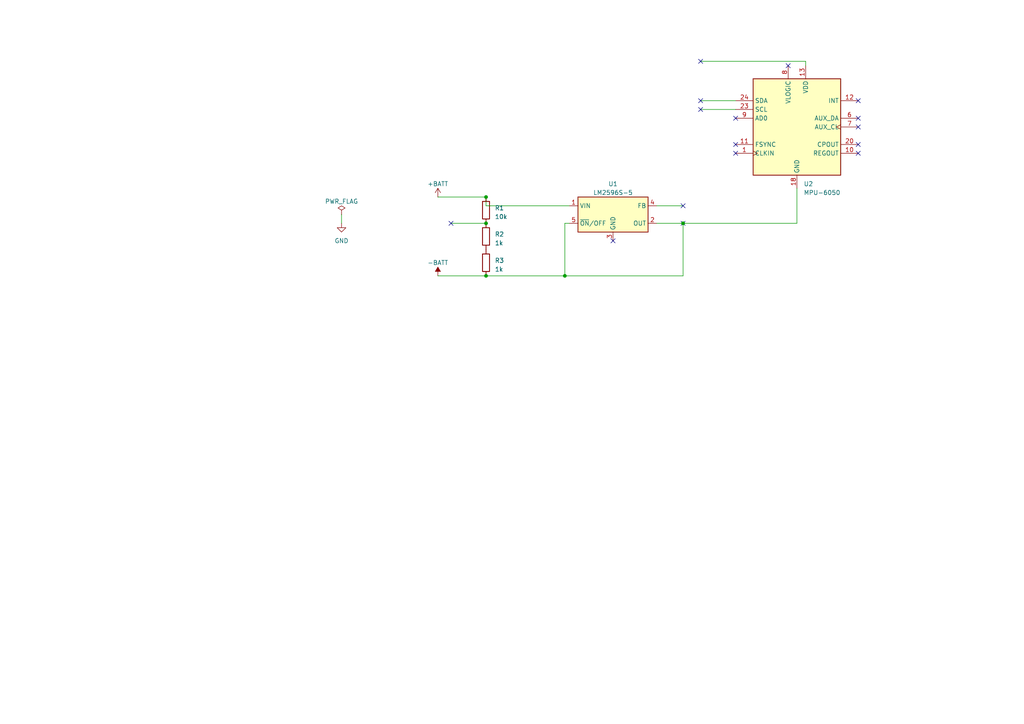
<source format=kicad_sch>
(kicad_sch (version 20230121) (generator eeschema)
  (paper "A4")
  (title_block (title "Carte drone") (date "2023-03-02") (rev "1.0"))
  (lib_symbols
    (symbol "my_lib:+BATT" (power) (pin_names (offset 0))
      (property "Value" "+BATT" (at 0 3.556 0))
      (symbol "+BATT_0_1"
        (polyline (pts (xy -0.762 1.27) (xy 0 2.54)))
        (polyline (pts (xy 0 0) (xy 0 2.54)))
        (polyline (pts (xy 0 2.54) (xy 0.762 1.27)))
      )
      (symbol "+BATT_1_1"
        (pin power_in line (at 0 0 90) (length 0) hide (name "+BATT") (number "1"))
      )
    )
    (symbol "my_lib:-BATT" (power) (pin_names (offset 0))
      (property "Value" "-BATT" (at 0 3.556 0))
      (symbol "-BATT_0_1"
        (polyline (pts (xy 0 0) (xy 0 2.54)))
        (polyline (pts (xy 0.762 1.27) (xy -0.762 1.27) (xy 0 2.54) (xy 0.762 1.27)) (fill (type outline)))
      )
      (symbol "-BATT_1_1"
        (pin power_in line (at 0 0 90) (length 0) hide (name "-BATT") (number "1"))
      )
    )
    (symbol "my_lib:GND" (power) (pin_names (offset 0))
      (property "Value" "GND" (at 0 -3.81 0))
      (symbol "GND_0_1"
        (polyline (pts (xy 0 0) (xy 0 -1.27) (xy 1.27 -1.27) (xy 0 -2.54) (xy -1.27 -1.27) (xy 0 -1.27)))
      )
      (symbol "GND_1_1"
        (pin power_in line (at 0 0 270) (length 0) hide (name "GND") (number "1"))
      )
    )
    (symbol "my_lib:LM2596S-5"
      (property "Reference" "U" (at -10.16 6.35 0))
      (property "Value" "LM2596S-5" (at 0 6.35 0))
      (symbol "LM2596S-5_0_1"
        (rectangle (start -10.16 5.08) (end 10.16 -5.08) (stroke (width 0.254)) (fill (type background)))
      )
      (symbol "LM2596S-5_1_1"
        (pin power_in line (at -12.7 2.54 0) (length 2.54) (name "VIN") (number "1"))
        (pin output line (at 12.7 -2.54 180) (length 2.54) (name "OUT") (number "2"))
        (pin power_in line (at 0 -7.62 90) (length 2.54) (name "GND") (number "3"))
        (pin input line (at 12.7 2.54 180) (length 2.54) (name "FB") (number "4"))
        (pin input line (at -12.7 -2.54 0) (length 2.54) (name "~{ON}/OFF") (number "5"))
      )
    )
    (symbol "my_lib:MPU-6050"
      (property "Reference" "U" (at -11.43 13.97 0))
      (property "Value" "MPU-6050" (at 7.62 -15.24 0))
      (symbol "MPU-6050_0_0"
        (text "" (at 12.7 -2.54 0) (effects (font (size 1.27 1.27))))
      )
      (symbol "MPU-6050_0_1"
        (rectangle (start -12.7 13.97) (end 12.7 -13.97) (stroke (width 0.254)) (fill (type background)))
      )
      (symbol "MPU-6050_1_1"
        (pin input clock (at -17.78 -7.62 0) (length 5.08) (name "CLKIN") (number "1"))
        (pin passive line (at 17.78 -7.62 180) (length 5.08) (name "REGOUT") (number "10"))
        (pin input line (at -17.78 -5.08 0) (length 5.08) (name "FSYNC") (number "11"))
        (pin output line (at 17.78 7.62 180) (length 5.08) (name "INT") (number "12"))
        (pin power_in line (at 2.54 17.78 270) (length 3.81) (name "VDD") (number "13"))
        (pin no_connect line (at -12.7 -10.16 0) (length 2.54) hide (name "NC") (number "14"))
        (pin no_connect line (at 12.7 12.7 180) (length 2.54) hide (name "NC") (number "15"))
        (pin no_connect line (at 12.7 10.16 180) (length 2.54) hide (name "NC") (number "16"))
        (pin no_connect line (at 12.7 5.08 180) (length 2.54) hide (name "NC") (number "17"))
        (pin power_in line (at 0 -17.78 90) (length 3.81) (name "GND") (number "18"))
        (pin no_connect line (at 12.7 -10.16 180) (length 2.54) hide (name "RESV") (number "19"))
        (pin no_connect line (at -12.7 12.7 0) (length 2.54) hide (name "NC") (number "2"))
        (pin passive line (at 17.78 -5.08 180) (length 5.08) (name "CPOUT") (number "20"))
        (pin no_connect line (at 12.7 -2.54 180) (length 2.54) hide (name "RESV") (number "21"))
        (pin no_connect line (at 12.7 -12.7 180) (length 2.54) hide (name "RESV") (number "22"))
        (pin input line (at -17.78 5.08 0) (length 5.08) (name "SCL") (number "23"))
        (pin bidirectional line (at -17.78 7.62 0) (length 5.08) (name "SDA") (number "24"))
        (pin no_connect line (at -12.7 10.16 0) (length 2.54) hide (name "NC") (number "3"))
        (pin no_connect line (at -12.7 0 0) (length 2.54) hide (name "NC") (number "4"))
        (pin no_connect line (at -12.7 -2.54 0) (length 2.54) hide (name "NC") (number "5"))
        (pin bidirectional line (at 17.78 2.54 180) (length 5.08) (name "AUX_DA") (number "6"))
        (pin output clock (at 17.78 0 180) (length 5.08) (name "AUX_CL") (number "7"))
        (pin power_in line (at -2.54 17.78 270) (length 3.81) (name "VLOGIC") (number "8"))
        (pin input line (at -17.78 2.54 0) (length 5.08) (name "AD0") (number "9"))
      )
    )
    (symbol "my_lib:R" (pin_numbers hide) (pin_names (offset 0))
      (property "Reference" "R" (at 2.032 0 90))
      (property "Value" "R" (at 0 0 90))
      (symbol "R_0_1"
        (rectangle (start -1.016 -2.54) (end 1.016 2.54) (stroke (width 0.254)))
      )
      (symbol "R_1_1"
        (pin passive line (at 0 3.81 270) (length 1.27) (name "~") (number "1"))
        (pin passive line (at 0 -3.81 90) (length 1.27) (name "~") (number "2"))
      )
    )
    (symbol "power:PWR_FLAG" (power) (pin_numbers hide) (pin_names (offset 0) hide)
      (property "Value" "PWR_FLAG" (at 0 3.81 0))
      (symbol "PWR_FLAG_0_0"
        (pin power_out line (at 0 0 90) (length 0) (name "pwr") (number "1"))
      )
      (symbol "PWR_FLAG_0_1"
        (polyline (pts (xy 0 0) (xy 0 1.27) (xy -1.016 1.905) (xy 0 2.54) (xy 1.016 1.905) (xy 0 1.27)))
      )
    )
  )
  (junction (at 140.97 57.15))
  (junction (at 198.12 64.77))
  (junction (at 163.83 80.01))
  (junction (at 140.97 64.77))
  (junction (at 140.97 80.01))
  (no_connect (at 198.12 59.69))
  (no_connect (at 198.12 64.77))
  (no_connect (at 248.92 41.91))
  (no_connect (at 213.36 34.29))
  (no_connect (at 248.92 34.29))
  (no_connect (at 203.2 31.75))
  (no_connect (at 213.36 41.91))
  (no_connect (at 228.6 19.05))
  (no_connect (at 203.2 29.21))
  (no_connect (at 203.2 17.78))
  (no_connect (at 248.92 29.21))
  (no_connect (at 248.92 44.45))
  (no_connect (at 248.92 36.83))
  (no_connect (at 177.8 69.85))
  (no_connect (at 213.36 44.45))
  (no_connect (at 130.81 64.77))
  (wire (pts (xy 99.06 64.77) (xy 99.06 62.23)))
  (wire (pts (xy 231.14 64.77) (xy 231.14 54.61)))
  (wire (pts (xy 233.68 17.78) (xy 233.68 19.05)))
  (wire (pts (xy 203.2 29.21) (xy 213.36 29.21)))
  (wire (pts (xy 130.81 64.77) (xy 140.97 64.77)))
  (wire (pts (xy 140.97 80.01) (xy 163.83 80.01)))
  (wire (pts (xy 163.83 64.77) (xy 165.1 64.77)))
  (wire (pts (xy 198.12 64.77) (xy 231.14 64.77)))
  (wire (pts (xy 165.1 59.69) (xy 140.97 59.69)))
  (wire (pts (xy 140.97 59.69) (xy 140.97 57.15)))
  (wire (pts (xy 203.2 17.78) (xy 233.68 17.78)))
  (wire (pts (xy 190.5 59.69) (xy 198.12 59.69)))
  (wire (pts (xy 203.2 31.75) (xy 213.36 31.75)))
  (wire (pts (xy 198.12 80.01) (xy 198.12 64.77)))
  (wire (pts (xy 163.83 80.01) (xy 163.83 64.77)))
  (wire (pts (xy 127 80.01) (xy 140.97 80.01)))
  (wire (pts (xy 190.5 64.77) (xy 198.12 64.77)))
  (wire (pts (xy 163.83 80.01) (xy 198.12 80.01)))
  (wire (pts (xy 127 57.15) (xy 140.97 57.15)))
  (symbol (lib_id "my_lib:R") (at 140.97 76.2 0) (unit 1)
    (property "Reference" "R3" (at 143.51 75.565 0) (effects (justify left)))
    (property "Value" "1k" (at 143.51 78.105 0) (effects (justify left)))
  )
  (symbol (lib_id "my_lib:+BATT") (at 127 57.15 0) (unit 1)
    (property "Reference" "#PWR02" (effects hide))
    (property "Value" "+BATT" (at 127 53.34 0))
  )
  (symbol (lib_id "my_lib:MPU-6050") (at 231.14 36.83 0) (unit 1)
    (property "Reference" "U2" (at 233.0959 53.34 0) (effects (justify left)))
    (property "Value" "MPU-6050" (at 233.0959 55.88 0) (effects (justify left)))
    (property "Footprint" "Sensor_Motion:InvenSense_QFN-24_4x4mm_P0.5mm" (effects hide))
    (property "Datasheet" "https://invensense.tdk.com/wp-content/uploads/2015/02/MPU-6000-Datasheet1.pdf" (effects hide))
  )
  (symbol (lib_id "my_lib:R") (at 140.97 60.96 0) (unit 1)
    (property "Reference" "R1" (at 143.51 60.325 0) (effects (justify left)))
    (property "Value" "10k" (at 143.51 62.865 0) (effects (justify left)))
  )
  (symbol (lib_id "my_lib:GND") (at 99.06 64.77 0) (unit 1)
    (property "Reference" "#PWR03" (effects hide))
    (property "Value" "GND" (at 99.06 69.85 0))
  )
  (symbol (lib_id "my_lib:-BATT") (at 127 80.01 0) (unit 1)
    (property "Reference" "#PWR01" (effects hide))
    (property "Value" "-BATT" (at 127 76.2 0))
  )
  (symbol (lib_id "my_lib:LM2596S-5") (at 177.8 62.23 0) (unit 1)
    (property "Reference" "U1" (at 177.8 53.34 0))
    (property "Value" "LM2596S-5" (at 177.8 55.88 0))
    (property "Footprint" "Package_TO_SOT_SMD:TO-263-5_TabPin3" (effects hide))
    (property "Datasheet" "http://www.ti.com/lit/ds/symlink/lm2596.pdf" (effects hide))
  )
  (symbol (lib_id "my_lib:R") (at 140.97 68.58 0) (unit 1)
    (property "Reference" "R2" (at 143.51 67.945 0) (effects (justify left)))
    (property "Value" "1k" (at 143.51 70.485 0) (effects (justify left)))
  )
  (symbol (lib_id "power:PWR_FLAG") (at 99.06 62.23 0) (unit 1)
    (property "Reference" "#FLG01" (effects hide))
    (property "Value" "PWR_FLAG" (at 99.06 58.42 0))
  )
)
</source>
